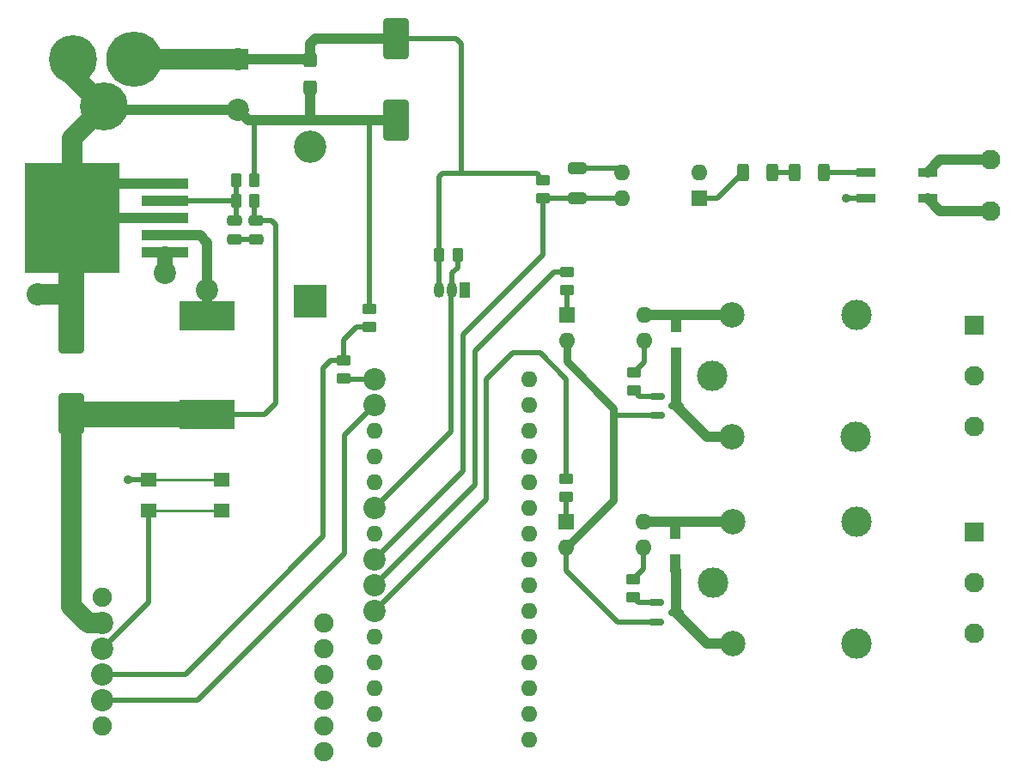
<source format=gtl>
G04 #@! TF.GenerationSoftware,KiCad,Pcbnew,(6.0.8)*
G04 #@! TF.CreationDate,2022-12-08T23:12:20+04:00*
G04 #@! TF.ProjectId,SIM800_NANO,53494d38-3030-45f4-9e41-4e4f2e6b6963,rev?*
G04 #@! TF.SameCoordinates,Original*
G04 #@! TF.FileFunction,Copper,L1,Top*
G04 #@! TF.FilePolarity,Positive*
%FSLAX46Y46*%
G04 Gerber Fmt 4.6, Leading zero omitted, Abs format (unit mm)*
G04 Created by KiCad (PCBNEW (6.0.8)) date 2022-12-08 23:12:20*
%MOMM*%
%LPD*%
G01*
G04 APERTURE LIST*
G04 Aperture macros list*
%AMRoundRect*
0 Rectangle with rounded corners*
0 $1 Rounding radius*
0 $2 $3 $4 $5 $6 $7 $8 $9 X,Y pos of 4 corners*
0 Add a 4 corners polygon primitive as box body*
4,1,4,$2,$3,$4,$5,$6,$7,$8,$9,$2,$3,0*
0 Add four circle primitives for the rounded corners*
1,1,$1+$1,$2,$3*
1,1,$1+$1,$4,$5*
1,1,$1+$1,$6,$7*
1,1,$1+$1,$8,$9*
0 Add four rect primitives between the rounded corners*
20,1,$1+$1,$2,$3,$4,$5,0*
20,1,$1+$1,$4,$5,$6,$7,0*
20,1,$1+$1,$6,$7,$8,$9,0*
20,1,$1+$1,$8,$9,$2,$3,0*%
G04 Aperture macros list end*
G04 #@! TA.AperFunction,SMDPad,CuDef*
%ADD10RoundRect,0.250000X-0.312500X-0.625000X0.312500X-0.625000X0.312500X0.625000X-0.312500X0.625000X0*%
G04 #@! TD*
G04 #@! TA.AperFunction,SMDPad,CuDef*
%ADD11RoundRect,0.150000X-0.587500X-0.150000X0.587500X-0.150000X0.587500X0.150000X-0.587500X0.150000X0*%
G04 #@! TD*
G04 #@! TA.AperFunction,SMDPad,CuDef*
%ADD12RoundRect,0.250000X-0.475000X0.250000X-0.475000X-0.250000X0.475000X-0.250000X0.475000X0.250000X0*%
G04 #@! TD*
G04 #@! TA.AperFunction,ComponentPad*
%ADD13C,3.000000*%
G04 #@! TD*
G04 #@! TA.AperFunction,ComponentPad*
%ADD14C,2.500000*%
G04 #@! TD*
G04 #@! TA.AperFunction,SMDPad,CuDef*
%ADD15RoundRect,0.250000X0.475000X-0.250000X0.475000X0.250000X-0.475000X0.250000X-0.475000X-0.250000X0*%
G04 #@! TD*
G04 #@! TA.AperFunction,SMDPad,CuDef*
%ADD16RoundRect,0.250000X0.450000X-0.262500X0.450000X0.262500X-0.450000X0.262500X-0.450000X-0.262500X0*%
G04 #@! TD*
G04 #@! TA.AperFunction,SMDPad,CuDef*
%ADD17RoundRect,0.250000X-0.262500X-0.450000X0.262500X-0.450000X0.262500X0.450000X-0.262500X0.450000X0*%
G04 #@! TD*
G04 #@! TA.AperFunction,SMDPad,CuDef*
%ADD18R,4.600000X1.100000*%
G04 #@! TD*
G04 #@! TA.AperFunction,SMDPad,CuDef*
%ADD19R,9.400000X10.800000*%
G04 #@! TD*
G04 #@! TA.AperFunction,SMDPad,CuDef*
%ADD20RoundRect,0.250000X1.000000X-1.750000X1.000000X1.750000X-1.000000X1.750000X-1.000000X-1.750000X0*%
G04 #@! TD*
G04 #@! TA.AperFunction,SMDPad,CuDef*
%ADD21RoundRect,0.250000X-0.425000X0.450000X-0.425000X-0.450000X0.425000X-0.450000X0.425000X0.450000X0*%
G04 #@! TD*
G04 #@! TA.AperFunction,SMDPad,CuDef*
%ADD22R,1.600000X1.400000*%
G04 #@! TD*
G04 #@! TA.AperFunction,ComponentPad*
%ADD23O,1.600000X1.600000*%
G04 #@! TD*
G04 #@! TA.AperFunction,ComponentPad*
%ADD24R,1.600000X1.600000*%
G04 #@! TD*
G04 #@! TA.AperFunction,ComponentPad*
%ADD25R,1.950000X1.950000*%
G04 #@! TD*
G04 #@! TA.AperFunction,ComponentPad*
%ADD26C,1.950000*%
G04 #@! TD*
G04 #@! TA.AperFunction,SMDPad,CuDef*
%ADD27RoundRect,0.250000X-0.450000X0.262500X-0.450000X-0.262500X0.450000X-0.262500X0.450000X0.262500X0*%
G04 #@! TD*
G04 #@! TA.AperFunction,ComponentPad*
%ADD28C,5.460000*%
G04 #@! TD*
G04 #@! TA.AperFunction,ComponentPad*
%ADD29C,4.740000*%
G04 #@! TD*
G04 #@! TA.AperFunction,ComponentPad*
%ADD30R,1.050000X1.500000*%
G04 #@! TD*
G04 #@! TA.AperFunction,ComponentPad*
%ADD31O,1.050000X1.500000*%
G04 #@! TD*
G04 #@! TA.AperFunction,SMDPad,CuDef*
%ADD32RoundRect,0.250000X0.262500X0.450000X-0.262500X0.450000X-0.262500X-0.450000X0.262500X-0.450000X0*%
G04 #@! TD*
G04 #@! TA.AperFunction,ComponentPad*
%ADD33R,3.200000X3.200000*%
G04 #@! TD*
G04 #@! TA.AperFunction,ComponentPad*
%ADD34O,3.200000X3.200000*%
G04 #@! TD*
G04 #@! TA.AperFunction,SMDPad,CuDef*
%ADD35R,1.000000X1.000000*%
G04 #@! TD*
G04 #@! TA.AperFunction,SMDPad,CuDef*
%ADD36RoundRect,0.250000X0.650000X-0.325000X0.650000X0.325000X-0.650000X0.325000X-0.650000X-0.325000X0*%
G04 #@! TD*
G04 #@! TA.AperFunction,ComponentPad*
%ADD37R,2.000000X2.000000*%
G04 #@! TD*
G04 #@! TA.AperFunction,ComponentPad*
%ADD38C,2.000000*%
G04 #@! TD*
G04 #@! TA.AperFunction,SMDPad,CuDef*
%ADD39RoundRect,0.250000X-1.000000X1.750000X-1.000000X-1.750000X1.000000X-1.750000X1.000000X1.750000X0*%
G04 #@! TD*
G04 #@! TA.AperFunction,ComponentPad*
%ADD40C,1.900000*%
G04 #@! TD*
G04 #@! TA.AperFunction,SMDPad,CuDef*
%ADD41R,5.400000X2.900000*%
G04 #@! TD*
G04 #@! TA.AperFunction,SMDPad,CuDef*
%ADD42R,1.850000X0.950000*%
G04 #@! TD*
G04 #@! TA.AperFunction,ViaPad*
%ADD43C,2.200000*%
G04 #@! TD*
G04 #@! TA.AperFunction,ViaPad*
%ADD44C,0.900000*%
G04 #@! TD*
G04 #@! TA.AperFunction,Conductor*
%ADD45C,0.500000*%
G04 #@! TD*
G04 #@! TA.AperFunction,Conductor*
%ADD46C,1.000000*%
G04 #@! TD*
G04 #@! TA.AperFunction,Conductor*
%ADD47C,0.750000*%
G04 #@! TD*
G04 #@! TA.AperFunction,Conductor*
%ADD48C,2.000000*%
G04 #@! TD*
G04 #@! TA.AperFunction,Conductor*
%ADD49C,0.250000*%
G04 #@! TD*
G04 #@! TA.AperFunction,Conductor*
%ADD50C,2.500000*%
G04 #@! TD*
G04 #@! TA.AperFunction,Conductor*
%ADD51C,1.500000*%
G04 #@! TD*
G04 APERTURE END LIST*
D10*
X163793500Y-80417000D03*
X166718500Y-80417000D03*
D11*
X155309500Y-122862000D03*
X155309500Y-124762000D03*
X157184500Y-123812000D03*
D12*
X115800000Y-85150000D03*
X115800000Y-87050000D03*
D13*
X160822000Y-120862000D03*
D14*
X162772000Y-126912000D03*
D13*
X174972000Y-126912000D03*
X175022000Y-114862000D03*
D14*
X162772000Y-114912000D03*
D13*
X160797000Y-100462000D03*
D14*
X162747000Y-106512000D03*
D13*
X174947000Y-106512000D03*
X174997000Y-94462000D03*
D14*
X162747000Y-94512000D03*
D11*
X155334500Y-102487000D03*
X155334500Y-104387000D03*
X157209500Y-103437000D03*
D15*
X113700000Y-87050000D03*
X113700000Y-85150000D03*
D16*
X146397000Y-112449500D03*
X146397000Y-110624500D03*
D17*
X133859500Y-88562000D03*
X135684500Y-88562000D03*
D18*
X106839000Y-88328000D03*
X106839000Y-86628000D03*
D19*
X97689000Y-84928000D03*
D18*
X106839000Y-84928000D03*
X106839000Y-83228000D03*
X106839000Y-81528000D03*
D16*
X153047000Y-101937000D03*
X153047000Y-100112000D03*
D20*
X97622000Y-104219500D03*
X97622000Y-96219500D03*
D21*
X121172000Y-69312000D03*
X121172000Y-72012000D03*
D22*
X105222000Y-110762000D03*
X112422000Y-110762000D03*
X112422000Y-113762000D03*
X105222000Y-113762000D03*
D23*
X142740000Y-100780000D03*
X142740000Y-103320000D03*
X142740000Y-105860000D03*
X142740000Y-108400000D03*
X142740000Y-110940000D03*
X142740000Y-113480000D03*
X142740000Y-116020000D03*
X142740000Y-118560000D03*
X142740000Y-121100000D03*
X142740000Y-123640000D03*
X142740000Y-126180000D03*
X142740000Y-128720000D03*
X142740000Y-131260000D03*
X142740000Y-133800000D03*
X142740000Y-136340000D03*
X127500000Y-136340000D03*
X127500000Y-133800000D03*
X127500000Y-131260000D03*
X127500000Y-128720000D03*
X127500000Y-126180000D03*
X127500000Y-123640000D03*
X127500000Y-121100000D03*
X127500000Y-118560000D03*
X127500000Y-116020000D03*
X127500000Y-113480000D03*
X127500000Y-110940000D03*
X127500000Y-108400000D03*
X127500000Y-105860000D03*
X127500000Y-103320000D03*
D24*
X127500000Y-100780000D03*
D10*
X168873500Y-80417000D03*
X171798500Y-80417000D03*
D25*
X186600000Y-95462000D03*
D26*
X186600000Y-100462000D03*
X186600000Y-105462000D03*
D24*
X159500000Y-82957000D03*
D23*
X159500000Y-80417000D03*
X151880000Y-80417000D03*
X151880000Y-82957000D03*
D27*
X144100000Y-81137500D03*
X144100000Y-82962500D03*
D26*
X188172000Y-79187000D03*
X188172000Y-84187000D03*
D28*
X103795000Y-69235000D03*
D29*
X97795000Y-69235000D03*
X100795000Y-73935000D03*
D30*
X136397000Y-92027000D03*
D31*
X135127000Y-92027000D03*
X133857000Y-92027000D03*
D24*
X146445000Y-94505000D03*
D23*
X146445000Y-97045000D03*
X154065000Y-97045000D03*
X154065000Y-94505000D03*
D32*
X115668500Y-83226000D03*
X113843500Y-83226000D03*
D16*
X146445000Y-92055000D03*
X146445000Y-90230000D03*
D33*
X121150000Y-93140000D03*
D34*
X121150000Y-77900000D03*
D16*
X153000000Y-122350000D03*
X153000000Y-120525000D03*
D35*
X157172000Y-116062000D03*
X157172000Y-118562000D03*
D16*
X124450000Y-100762500D03*
X124450000Y-98937500D03*
D27*
X126950000Y-93837500D03*
X126950000Y-95662500D03*
D36*
X147495000Y-82950000D03*
X147495000Y-80000000D03*
D35*
X157197000Y-95655000D03*
X157197000Y-98155000D03*
D37*
X114060000Y-69225323D03*
D38*
X114060000Y-74225323D03*
D25*
X186600000Y-115862000D03*
D26*
X186600000Y-120862000D03*
X186600000Y-125862000D03*
D39*
X129622000Y-67212000D03*
X129622000Y-75212000D03*
D17*
X113843500Y-81194000D03*
X115668500Y-81194000D03*
D40*
X100622000Y-122337000D03*
X100622000Y-124877000D03*
X100622000Y-127417000D03*
X100622000Y-129957000D03*
X100622000Y-132497000D03*
X100622000Y-135037000D03*
X122492000Y-137577000D03*
X122492000Y-135037000D03*
X122492000Y-132497000D03*
X122492000Y-129957000D03*
X122492000Y-127417000D03*
X122492000Y-124877000D03*
D24*
X146397000Y-114887000D03*
D23*
X146397000Y-117427000D03*
X154017000Y-117427000D03*
X154017000Y-114887000D03*
D41*
X111012000Y-94556000D03*
X111012000Y-104256000D03*
D42*
X175947000Y-80437000D03*
X175947000Y-82937000D03*
X181997000Y-82937000D03*
X181997000Y-80437000D03*
D43*
X114060000Y-69225323D03*
X114060000Y-74225323D03*
X100622000Y-127417000D03*
X100622000Y-124877000D03*
X100622000Y-129957000D03*
X100622000Y-132497000D03*
X127500000Y-100780000D03*
X127500000Y-103320000D03*
X127500000Y-113480000D03*
X127522000Y-118567000D03*
X127500000Y-121100000D03*
X127500000Y-123640000D03*
X94347000Y-92437000D03*
D44*
X103197000Y-110762000D03*
D43*
X106800000Y-90300000D03*
X111012000Y-91988000D03*
D44*
X173980000Y-82937000D03*
D45*
X127554500Y-113454500D02*
X127522000Y-113487000D01*
X127500000Y-100780000D02*
X124467500Y-100780000D01*
X124467500Y-100780000D02*
X124450000Y-100762500D01*
X124547000Y-118037000D02*
X110087000Y-132497000D01*
X110087000Y-132497000D02*
X100622000Y-132497000D01*
X127522000Y-103327000D02*
X124547000Y-106302000D01*
X124547000Y-106302000D02*
X124547000Y-118037000D01*
D46*
X115022000Y-75212000D02*
X114060000Y-74250000D01*
X121972000Y-75212000D02*
X126762000Y-75212000D01*
D45*
X151463000Y-80000000D02*
X151880000Y-80417000D01*
X151072000Y-104387000D02*
X155334500Y-104387000D01*
D47*
X151072000Y-104387000D02*
X151072000Y-112752000D01*
D46*
X121934000Y-75212000D02*
X121972000Y-75212000D01*
D45*
X151447000Y-124762000D02*
X155309500Y-124762000D01*
D48*
X94347000Y-92437000D02*
X97522000Y-92437000D01*
D47*
X151072000Y-103662000D02*
X151072000Y-104387000D01*
D45*
X147495000Y-80000000D02*
X151463000Y-80000000D01*
X146397000Y-117427000D02*
X146397000Y-119712000D01*
D47*
X151072000Y-112752000D02*
X146397000Y-117427000D01*
D48*
X97689000Y-77041000D02*
X100795000Y-73935000D01*
D46*
X114060000Y-74250000D02*
X114060000Y-74225323D01*
X115712000Y-75212000D02*
X115022000Y-75212000D01*
X121172000Y-75212000D02*
X120997000Y-75212000D01*
D49*
X105222000Y-110762000D02*
X112422000Y-110762000D01*
D46*
X106839000Y-84928000D02*
X97689000Y-84928000D01*
X106839000Y-81528000D02*
X97689000Y-81528000D01*
D47*
X146445000Y-99035000D02*
X151072000Y-103662000D01*
D45*
X115668500Y-75255500D02*
X115712000Y-75212000D01*
X126950000Y-93837500D02*
X126950000Y-75400000D01*
D48*
X97795000Y-69235000D02*
X97795000Y-70935000D01*
D45*
X126950000Y-75400000D02*
X126762000Y-75212000D01*
D50*
X97622000Y-92337000D02*
X97622000Y-84995000D01*
D46*
X126762000Y-75212000D02*
X129622000Y-75212000D01*
D48*
X97689000Y-84928000D02*
X97689000Y-77041000D01*
D45*
X103197000Y-110762000D02*
X105222000Y-110762000D01*
D46*
X114060000Y-74225323D02*
X101495901Y-74225323D01*
X121172000Y-72012000D02*
X121172000Y-75212000D01*
D45*
X146397000Y-119712000D02*
X151447000Y-124762000D01*
D50*
X97622000Y-84995000D02*
X97689000Y-84928000D01*
D46*
X121972000Y-75212000D02*
X120997000Y-75212000D01*
D45*
X115668500Y-81194000D02*
X115668500Y-75255500D01*
D47*
X146445000Y-97045000D02*
X146445000Y-99035000D01*
D46*
X120997000Y-75212000D02*
X115712000Y-75212000D01*
D50*
X97622000Y-96219500D02*
X97622000Y-92337000D01*
D48*
X97795000Y-70935000D02*
X100795000Y-73935000D01*
D46*
X100794999Y-73935001D02*
G75*
G03*
X101495901Y-74225323I700901J700901D01*
G01*
D45*
X135127000Y-90332000D02*
X135127000Y-92027000D01*
X135022000Y-92132000D02*
X135022000Y-105987000D01*
X135684500Y-89774500D02*
X135127000Y-90332000D01*
X135022000Y-105987000D02*
X127554500Y-113454500D01*
X135127000Y-92027000D02*
X135022000Y-92132000D01*
X135684500Y-88562000D02*
X135684500Y-89774500D01*
X136222000Y-109867000D02*
X127522000Y-118567000D01*
X151880000Y-82957000D02*
X147502000Y-82957000D01*
X136222000Y-96422051D02*
X136222000Y-109867000D01*
X144100000Y-82962500D02*
X144100000Y-88544051D01*
X144112500Y-82950000D02*
X144100000Y-82962500D01*
X147495000Y-82950000D02*
X144112500Y-82950000D01*
X144100000Y-88544051D02*
X136222000Y-96422051D01*
X145204000Y-90230000D02*
X137372000Y-98062000D01*
X146445000Y-90230000D02*
X145204000Y-90230000D01*
X137372000Y-111257000D02*
X127522000Y-121107000D01*
X137372000Y-98062000D02*
X137372000Y-111257000D01*
X138497000Y-112672000D02*
X127522000Y-123647000D01*
X141097000Y-98237000D02*
X138497000Y-100837000D01*
X138497000Y-100837000D02*
X138497000Y-112672000D01*
X146397000Y-110624500D02*
X146397000Y-100787000D01*
X143847000Y-98237000D02*
X141097000Y-98237000D01*
X146397000Y-100787000D02*
X143847000Y-98237000D01*
D46*
X129597000Y-67187000D02*
X129622000Y-67212000D01*
X157197000Y-94505000D02*
X162740000Y-94505000D01*
D45*
X135522000Y-67212000D02*
X136021000Y-67711000D01*
X133859500Y-80849500D02*
X133859500Y-88562000D01*
D51*
X106800000Y-90300000D02*
X106800000Y-88500000D01*
D46*
X157197000Y-95655000D02*
X157197000Y-94505000D01*
X154065000Y-94505000D02*
X157197000Y-94505000D01*
X154042000Y-114912000D02*
X154017000Y-114887000D01*
X121697000Y-67187000D02*
X121172000Y-67712000D01*
X114060000Y-69225323D02*
X121085323Y-69225323D01*
D48*
X103795000Y-69235000D02*
X114050323Y-69235000D01*
D46*
X157172000Y-114912000D02*
X154042000Y-114912000D01*
D45*
X136021000Y-67711000D02*
X136021000Y-80500500D01*
X143463000Y-80500500D02*
X136021000Y-80500500D01*
X129622000Y-67212000D02*
X135522000Y-67212000D01*
X144100000Y-81137500D02*
X143463000Y-80500500D01*
D46*
X121085323Y-69225323D02*
X121172000Y-69312000D01*
X121172000Y-67712000D02*
X121172000Y-69312000D01*
D45*
X133859500Y-92024500D02*
X133857000Y-92027000D01*
D46*
X157172000Y-116062000D02*
X157172000Y-114912000D01*
D45*
X134208500Y-80500500D02*
X133859500Y-80849500D01*
X133859500Y-88562000D02*
X133859500Y-92024500D01*
D46*
X162740000Y-94505000D02*
X162747000Y-94512000D01*
X121697000Y-67187000D02*
X129597000Y-67187000D01*
D45*
X136021000Y-80500500D02*
X134208500Y-80500500D01*
D48*
X114050323Y-69235000D02*
X114060000Y-69225323D01*
D46*
X157172000Y-114912000D02*
X162772000Y-114912000D01*
D45*
X171818500Y-80437000D02*
X171798500Y-80417000D01*
X175947000Y-80437000D02*
X171818500Y-80437000D01*
D46*
X183247000Y-84187000D02*
X181997000Y-82937000D01*
X188172000Y-84187000D02*
X183247000Y-84187000D01*
X183247000Y-79187000D02*
X181997000Y-80437000D01*
X188172000Y-79187000D02*
X183247000Y-79187000D01*
D45*
X115800000Y-85150000D02*
X117350000Y-85150000D01*
X117800000Y-85600000D02*
X117800000Y-103150000D01*
D48*
X97622000Y-123220502D02*
X99278498Y-124877000D01*
D45*
X117350000Y-85150000D02*
X117800000Y-85600000D01*
X116694000Y-104256000D02*
X111012000Y-104256000D01*
X115668500Y-85018500D02*
X115800000Y-85150000D01*
D50*
X111012000Y-104256000D02*
X97658500Y-104256000D01*
D48*
X99278498Y-124877000D02*
X100622000Y-124877000D01*
D45*
X117800000Y-103150000D02*
X116694000Y-104256000D01*
D48*
X97622000Y-104219500D02*
X97622000Y-123220502D01*
D50*
X97658500Y-104256000D02*
X97622000Y-104219500D01*
D45*
X115668500Y-83226000D02*
X115668500Y-85018500D01*
D46*
X110288000Y-86628000D02*
X111012000Y-87352000D01*
X111012000Y-91988000D02*
X111012000Y-92188000D01*
X106839000Y-86628000D02*
X110288000Y-86628000D01*
X111012000Y-92188000D02*
X111012000Y-94556000D01*
X111012000Y-87352000D02*
X111012000Y-91988000D01*
X157197000Y-99305000D02*
X157209500Y-99317500D01*
X160284500Y-106512000D02*
X157209500Y-103437000D01*
X162747000Y-106512000D02*
X160284500Y-106512000D01*
X157209500Y-103437000D02*
X157209500Y-99317500D01*
X157197000Y-98155000D02*
X157197000Y-99305000D01*
X157184500Y-123812000D02*
X157184500Y-119724500D01*
X157184500Y-119724500D02*
X157172000Y-119712000D01*
X160284500Y-126912000D02*
X157184500Y-123812000D01*
X162772000Y-126912000D02*
X160284500Y-126912000D01*
X157172000Y-118562000D02*
X157172000Y-119712000D01*
D45*
X153597000Y-102487000D02*
X153047000Y-101937000D01*
X155334500Y-102487000D02*
X153597000Y-102487000D01*
X155309500Y-122862000D02*
X153512000Y-122862000D01*
X153512000Y-122862000D02*
X153000000Y-122350000D01*
X168873500Y-80417000D02*
X166718500Y-80417000D01*
X163793500Y-80417000D02*
X161253500Y-82957000D01*
X161253500Y-82957000D02*
X159500000Y-82957000D01*
X146445000Y-92055000D02*
X146445000Y-94505000D01*
X154065000Y-97045000D02*
X154065000Y-99094000D01*
X154065000Y-99094000D02*
X153047000Y-100112000D01*
X105222000Y-116422000D02*
X105222000Y-122817000D01*
D49*
X112422000Y-113762000D02*
X105222000Y-113762000D01*
D45*
X105222000Y-122817000D02*
X100622000Y-127417000D01*
X105222000Y-113762000D02*
X105222000Y-116422000D01*
X146397000Y-112449500D02*
X146397000Y-114887000D01*
X154017000Y-119508000D02*
X153000000Y-120525000D01*
X154017000Y-117427000D02*
X154017000Y-119508000D01*
X175947000Y-82937000D02*
X173980000Y-82937000D01*
X115800000Y-87050000D02*
X113700000Y-87050000D01*
X106839000Y-83226000D02*
X106839000Y-83228000D01*
X113843500Y-83226000D02*
X106839000Y-83226000D01*
X113843500Y-81194000D02*
X113843500Y-83226000D01*
X113843500Y-85006500D02*
X113700000Y-85150000D01*
X113843500Y-83226000D02*
X113843500Y-85006500D01*
X122450000Y-99700000D02*
X122450000Y-116350000D01*
X100622000Y-129957000D02*
X108843000Y-129957000D01*
X124450000Y-96950000D02*
X125737500Y-95662500D01*
X124450000Y-98937500D02*
X123212500Y-98937500D01*
X125737500Y-95662500D02*
X126950000Y-95662500D01*
X123212500Y-98937500D02*
X122450000Y-99700000D01*
X122450000Y-116350000D02*
X108843000Y-129957000D01*
X124450000Y-98937500D02*
X124450000Y-96950000D01*
M02*

</source>
